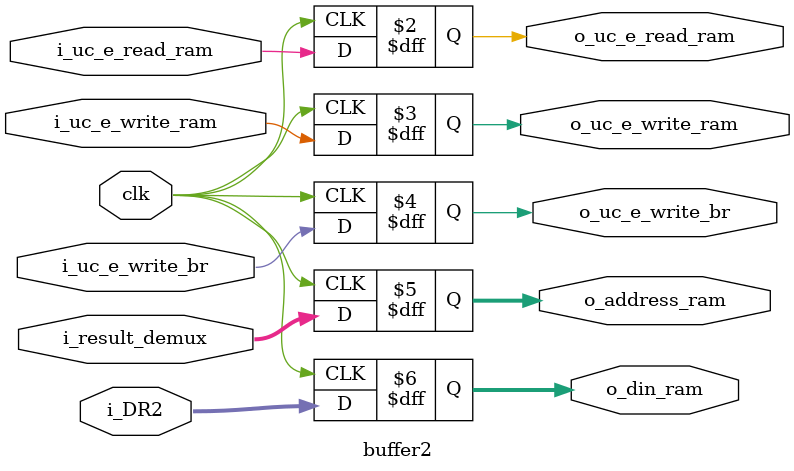
<source format=v>

`timescale 1ns / 1ns

module buffer2
(
	input i_uc_e_read_ram, 			 
	input i_uc_e_write_ram,
	input i_uc_e_write_br,
	input [31:0] i_result_demux,
	input [31:0] i_DR2,        
	input clk,
	
	output reg o_uc_e_read_ram, 
	output reg o_uc_e_write_ram,
	output reg o_uc_e_write_br,
	output reg [31:0] o_address_ram,
	output reg [31:0] o_din_ram
);


always @ (posedge clk) begin
	
	//Envio de señales de habilitacion hacía la memoria RAM
	o_uc_e_read_ram <= i_uc_e_read_ram;
	o_uc_e_write_ram <= i_uc_e_write_ram;
	
	//Envio de señales de habilitacion hacia la escritura del BR
	o_uc_e_write_br <= i_uc_e_write_br;	
	
	//La salida del demultiplexor al ser 1 se registra como la direccion en la RAM
	o_address_ram <= i_result_demux;
	
	//La salida del resultado del dato DR2 proveniente del buffer 1 se almacena como el dato de entrada hacia la RAM
	o_din_ram <= i_DR2;

	
	end
	
endmodule


</source>
